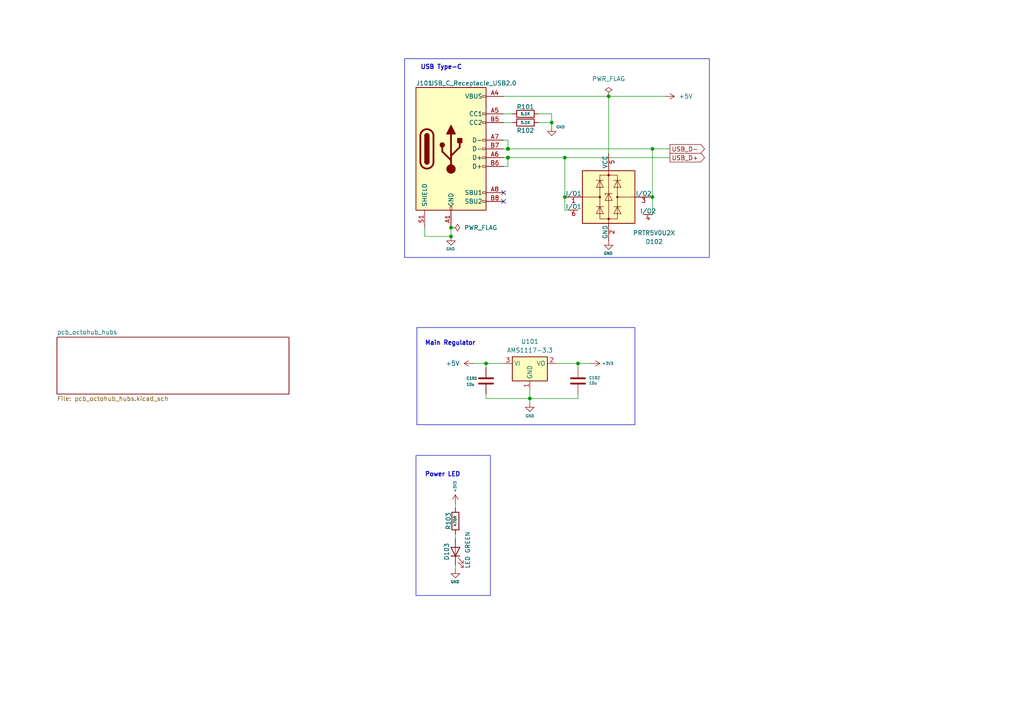
<source format=kicad_sch>
(kicad_sch (version 20231120) (generator "eeschema") (generator_version "8.0")
  (paper "A4")
  (title_block (title "Octoprobe octohub") (date "2024-05-22") (rev "0.1") (company "Hans Märki, Märki Informatik") (comment 1 "The MIT License (MIT)"))
  (lib_symbols
    (symbol "00_project_library:AMS1117-3.3"
      (property "Reference" "U" (at -3.81 3.175 0))
      (property "Value" "AMS1117-3.3" (at 0 3.175 0))
      (symbol "AMS1117-3.3_0_1"
        (rectangle (start -5.08 1.905) (end 5.08 -5.08) (stroke (width 0.254)) (fill (type background)))
      )
      (symbol "AMS1117-3.3_1_1"
        (pin power_in line (at 0 -7.62 90) (length 2.54) (name "GND") (number "1"))
        (pin power_out line (at 7.62 0 180) (length 2.54) (name "VO") (number "2"))
        (pin power_in line (at -7.62 0 0) (length 2.54) (name "VI") (number "3"))
      )
    )
    (symbol "00_project_library:C" (pin_numbers hide) (pin_names (offset 0.254))
      (property "Reference" "C" (at 0.635 2.54 0))
      (property "Value" "C" (at 0.635 -2.54 0))
      (symbol "C_0_1"
        (polyline (pts (xy -2.032 -0.762) (xy 2.032 -0.762)) (stroke (width 0.508)))
        (polyline (pts (xy -2.032 0.762) (xy 2.032 0.762)) (stroke (width 0.508)))
      )
      (symbol "C_1_1"
        (pin passive line (at 0 3.81 270) (length 2.794) (name "~") (number "1"))
        (pin passive line (at 0 -3.81 90) (length 2.794) (name "~") (number "2"))
      )
    )
    (symbol "00_project_library:LED GREEN" (pin_numbers hide) (pin_names (offset 1.016) hide)
      (property "Reference" "D" (at 0 2.54 0))
      (property "Value" "LED GREEN" (at 0 -2.54 0))
      (symbol "LED GREEN_0_1"
        (polyline (pts (xy -1.27 -1.27) (xy -1.27 1.27)) (stroke (width 0.254)))
        (polyline (pts (xy -1.27 0) (xy 1.27 0)))
        (polyline (pts (xy 1.27 -1.27) (xy 1.27 1.27) (xy -1.27 0) (xy 1.27 -1.27)) (stroke (width 0.254)))
        (polyline (pts (xy -3.048 -0.762) (xy -4.572 -2.286) (xy -3.81 -2.286) (xy -4.572 -2.286) (xy -4.572 -1.524)))
        (polyline (pts (xy -1.778 -0.762) (xy -3.302 -2.286) (xy -2.54 -2.286) (xy -3.302 -2.286) (xy -3.302 -1.524)))
      )
      (symbol "LED GREEN_1_1"
        (pin passive line (at -3.81 0 0) (length 2.54) (name "K") (number "1"))
        (pin passive line (at 3.81 0 180) (length 2.54) (name "A") (number "2"))
      )
    )
    (symbol "00_project_library:PRTR5V0U2X" (pin_names (offset 0))
      (property "Reference" "D" (at 2.794 8.636 0))
      (property "Value" "PRTR5V0U2X" (at 8.128 -9.398 0))
      (property "JLC" "C2937001" (at 0 0 0))
      (symbol "PRTR5V0U2X_0_1"
        (rectangle (start -7.62 7.62) (end 7.62 -7.62) (stroke (width 0.254)) (fill (type background)))
        (circle (center -2.54 0) (radius 0.254) (fill (type outline)))
        (rectangle (start -2.54 6.35) (end 2.54 -6.35))
        (circle (center 0 -6.35) (radius 0.254) (fill (type outline)))
        (polyline (pts (xy -2.54 0) (xy -7.62 0)))
        (polyline (pts (xy -1.524 -2.794) (xy -3.556 -2.794)))
        (polyline (pts (xy -1.524 4.826) (xy -3.556 4.826)))
        (polyline (pts (xy 0 -7.62) (xy 0 7.62)))
        (polyline (pts (xy 1.524 -2.794) (xy 3.556 -2.794)))
        (polyline (pts (xy 1.524 4.826) (xy 3.556 4.826)))
        (polyline (pts (xy 2.54 0) (xy 7.62 0)))
        (polyline (pts (xy 1.016 1.016) (xy -1.016 1.016) (xy -1.016 0.508)))
        (polyline (pts (xy -3.556 -4.826) (xy -1.524 -4.826) (xy -2.54 -2.794) (xy -3.556 -4.826)))
        (polyline (pts (xy -3.556 2.794) (xy -1.524 2.794) (xy -2.54 4.826) (xy -3.556 2.794)))
        (polyline (pts (xy -1.016 -1.016) (xy 1.016 -1.016) (xy 0 1.016) (xy -1.016 -1.016)))
        (polyline (pts (xy 3.556 -4.826) (xy 1.524 -4.826) (xy 2.54 -2.794) (xy 3.556 -4.826)))
        (polyline (pts (xy 3.556 2.794) (xy 1.524 2.794) (xy 2.54 4.826) (xy 3.556 2.794)))
        (circle (center 0 6.35) (radius 0.254) (fill (type outline)))
        (circle (center 2.54 0) (radius 0.254) (fill (type outline)))
      )
      (symbol "PRTR5V0U2X_1_0"
        (pin passive line (at 12.7 -5.08 180) (length 2.54) (name "I/O2") (number "4"))
        (pin passive line (at -11.43 -3.81 0) (length 2.54) (name "I/O1") (number "6"))
      )
      (symbol "PRTR5V0U2X_1_1"
        (pin passive line (at -12.7 0 0) (length 5.08) (name "I/O1") (number "1"))
        (pin passive line (at 0 -12.7 90) (length 5.08) (name "GND") (number "2"))
        (pin passive line (at 12.7 0 180) (length 5.08) (name "I/O2") (number "3"))
        (pin passive line (at 0 12.7 270) (length 5.08) (name "VCC") (number "5"))
      )
    )
    (symbol "00_project_library:USB_C_Receptacle_USB2.0" (pin_names (offset 1.016))
      (property "Reference" "J" (at -10.16 19.05 0))
      (property "Value" "USB_C_Receptacle_USB2.0" (at 19.05 19.05 0))
      (symbol "USB_C_Receptacle_USB2.0_0_0"
        (rectangle (start -0.254 -17.78) (end 0.254 -16.764))
        (rectangle (start 10.16 -14.986) (end 9.144 -15.494))
        (rectangle (start 10.16 -12.446) (end 9.144 -12.954))
        (rectangle (start 10.16 -4.826) (end 9.144 -5.334))
        (rectangle (start 10.16 -2.286) (end 9.144 -2.794))
        (rectangle (start 10.16 0.254) (end 9.144 -0.254))
        (rectangle (start 10.16 2.794) (end 9.144 2.286))
        (rectangle (start 10.16 7.874) (end 9.144 7.366))
        (rectangle (start 10.16 10.414) (end 9.144 9.906))
        (rectangle (start 10.16 15.494) (end 9.144 14.986))
      )
      (symbol "USB_C_Receptacle_USB2.0_0_1"
        (rectangle (start -10.16 17.78) (end 10.16 -17.78) (stroke (width 0.254)) (fill (type background)))
        (arc (start -8.89 -3.81) (mid -6.985 -5.7067) (end -5.08 -3.81) (stroke (width 0.508)))
        (arc (start -7.62 -3.81) (mid -6.985 -4.4423) (end -6.35 -3.81) (stroke (width 0.254)))
        (arc (start -7.62 -3.81) (mid -6.985 -4.4423) (end -6.35 -3.81) (stroke (width 0.254)) (fill (type outline)))
        (rectangle (start -7.62 3.81) (end -6.35 -3.81) (stroke (width 0.254)) (fill (type outline)))
        (arc (start -6.35 3.81) (mid -6.985 4.4423) (end -7.62 3.81) (stroke (width 0.254)))
        (arc (start -6.35 3.81) (mid -6.985 4.4423) (end -7.62 3.81) (stroke (width 0.254)) (fill (type outline)))
        (arc (start -5.08 3.81) (mid -6.985 5.7067) (end -8.89 3.81) (stroke (width 0.508)))
        (circle (center -2.54 1.143) (radius 0.635) (stroke (width 0.254)) (fill (type outline)))
        (circle (center 0 -5.842) (radius 1.27) (fill (type outline)))
        (polyline (pts (xy -8.89 -3.81) (xy -8.89 3.81)) (stroke (width 0.508)))
        (polyline (pts (xy -5.08 3.81) (xy -5.08 -3.81)) (stroke (width 0.508)))
        (polyline (pts (xy 0 -5.842) (xy 0 4.318)) (stroke (width 0.508)))
        (polyline (pts (xy 0 -3.302) (xy -2.54 -0.762) (xy -2.54 0.508)) (stroke (width 0.508)))
        (polyline (pts (xy 0 -2.032) (xy 2.54 0.508) (xy 2.54 1.778)) (stroke (width 0.508)))
        (polyline (pts (xy -1.27 4.318) (xy 0 6.858) (xy 1.27 4.318) (xy -1.27 4.318)) (stroke (width 0.254)) (fill (type outline)))
        (rectangle (start 1.905 1.778) (end 3.175 3.048) (stroke (width 0.254)) (fill (type outline)))
      )
      (symbol "USB_C_Receptacle_USB2.0_1_1"
        (pin passive line (at 0 -22.86 90) (length 5.08) (name "GND") (number "A1"))
        (pin passive line (at 0 -22.86 90) (length 5.08) hide (name "GND") (number "A12"))
        (pin passive line (at 15.24 15.24 180) (length 5.08) (name "VBUS") (number "A4"))
        (pin bidirectional line (at 15.24 10.16 180) (length 5.08) (name "CC1") (number "A5"))
        (pin bidirectional line (at 15.24 -2.54 180) (length 5.08) (name "D+") (number "A6"))
        (pin bidirectional line (at 15.24 2.54 180) (length 5.08) (name "D-") (number "A7"))
        (pin bidirectional line (at 15.24 -12.7 180) (length 5.08) (name "SBU1") (number "A8"))
        (pin passive line (at 15.24 15.24 180) (length 5.08) hide (name "VBUS") (number "A9"))
        (pin passive line (at 0 -22.86 90) (length 5.08) hide (name "GND") (number "B1"))
        (pin passive line (at 0 -22.86 90) (length 5.08) hide (name "GND") (number "B12"))
        (pin passive line (at 15.24 15.24 180) (length 5.08) hide (name "VBUS") (number "B4"))
        (pin bidirectional line (at 15.24 7.62 180) (length 5.08) (name "CC2") (number "B5"))
        (pin bidirectional line (at 15.24 -5.08 180) (length 5.08) (name "D+") (number "B6"))
        (pin bidirectional line (at 15.24 0 180) (length 5.08) (name "D-") (number "B7"))
        (pin bidirectional line (at 15.24 -15.24 180) (length 5.08) (name "SBU2") (number "B8"))
        (pin passive line (at 15.24 15.24 180) (length 5.08) hide (name "VBUS") (number "B9"))
        (pin passive line (at -7.62 -22.86 90) (length 5.08) (name "SHIELD") (number "S1"))
      )
    )
    (symbol "Device:R" (pin_numbers hide) (pin_names (offset 0))
      (property "Reference" "R" (at 2.032 0 90))
      (property "Value" "R" (at 0 0 90))
      (symbol "R_0_1"
        (rectangle (start -1.016 -2.54) (end 1.016 2.54) (stroke (width 0.254)))
      )
      (symbol "R_1_1"
        (pin passive line (at 0 3.81 270) (length 1.27) (name "~") (number "1"))
        (pin passive line (at 0 -3.81 90) (length 1.27) (name "~") (number "2"))
      )
    )
    (symbol "power:+3V3" (power) (pin_numbers hide) (pin_names (offset 0) hide)
      (property "Value" "+3V3" (at 0 3.556 0))
      (symbol "+3V3_0_1"
        (polyline (pts (xy -0.762 1.27) (xy 0 2.54)))
        (polyline (pts (xy 0 0) (xy 0 2.54)))
        (polyline (pts (xy 0 2.54) (xy 0.762 1.27)))
      )
      (symbol "+3V3_1_1"
        (pin power_in line (at 0 0 90) (length 0) (name "~") (number "1"))
      )
    )
    (symbol "power:+5V" (power) (pin_numbers hide) (pin_names (offset 0) hide)
      (property "Value" "+5V" (at 0 3.556 0))
      (symbol "+5V_0_1"
        (polyline (pts (xy -0.762 1.27) (xy 0 2.54)))
        (polyline (pts (xy 0 0) (xy 0 2.54)))
        (polyline (pts (xy 0 2.54) (xy 0.762 1.27)))
      )
      (symbol "+5V_1_1"
        (pin power_in line (at 0 0 90) (length 0) (name "~") (number "1"))
      )
    )
    (symbol "power:GND" (power) (pin_numbers hide) (pin_names (offset 0) hide)
      (property "Value" "GND" (at 0 -3.81 0))
      (symbol "GND_0_1"
        (polyline (pts (xy 0 0) (xy 0 -1.27) (xy 1.27 -1.27) (xy 0 -2.54) (xy -1.27 -1.27) (xy 0 -1.27)))
      )
      (symbol "GND_1_1"
        (pin power_in line (at 0 0 270) (length 0) (name "~") (number "1"))
      )
    )
    (symbol "power:PWR_FLAG" (power) (pin_numbers hide) (pin_names (offset 0) hide)
      (property "Value" "PWR_FLAG" (at 0 3.81 0))
      (symbol "PWR_FLAG_0_0"
        (pin power_out line (at 0 0 90) (length 0) (name "~") (number "1"))
      )
      (symbol "PWR_FLAG_0_1"
        (polyline (pts (xy 0 0) (xy 0 1.27) (xy -1.016 1.905) (xy 0 2.54) (xy 1.016 1.905) (xy 0 1.27)))
      )
    )
  )
  (junction (at 160.02 35.56))
  (junction (at 153.67 115.57))
  (junction (at 140.97 105.41))
  (junction (at 147.32 45.72) (diameter 1.016))
  (junction (at 189.23 57.15))
  (junction (at 163.83 57.15))
  (junction (at 167.64 105.41))
  (junction (at 176.53 27.94))
  (junction (at 163.83 45.72))
  (junction (at 189.23 43.18))
  (junction (at 130.81 66.04))
  (junction (at 130.81 68.58))
  (junction (at 147.32 43.18) (diameter 1.016))
  (no_connect (at 146.05 58.42))
  (no_connect (at 146.05 55.88))
  (wire (pts (xy 156.21 33.02) (xy 160.02 33.02)))
  (wire (pts (xy 189.23 57.15) (xy 189.23 62.23)))
  (wire (pts (xy 163.83 60.96) (xy 163.83 57.15)))
  (wire (pts (xy 167.64 106.68) (xy 167.64 105.41)))
  (wire (pts (xy 153.67 115.57) (xy 153.67 116.84)))
  (wire (pts (xy 189.23 57.15) (xy 189.23 43.18)))
  (wire (pts (xy 140.97 114.3) (xy 140.97 115.57)))
  (wire (pts (xy 163.83 60.96) (xy 165.1 60.96)))
  (wire (pts (xy 140.97 105.41) (xy 140.97 106.68)))
  (wire (pts (xy 130.81 66.04) (xy 130.81 68.58)))
  (wire (pts (xy 123.19 68.58) (xy 130.81 68.58)))
  (wire (pts (xy 147.32 45.72) (xy 163.83 45.72)))
  (wire (pts (xy 153.67 113.03) (xy 153.67 115.57)))
  (wire (pts (xy 146.05 43.18) (xy 147.32 43.18)))
  (wire (pts (xy 147.32 43.18) (xy 189.23 43.18)))
  (wire (pts (xy 140.97 115.57) (xy 153.67 115.57)))
  (wire (pts (xy 176.53 27.94) (xy 176.53 44.45)))
  (wire (pts (xy 146.05 105.41) (xy 140.97 105.41)))
  (wire (pts (xy 163.83 45.72) (xy 163.83 57.15)))
  (wire (pts (xy 146.05 35.56) (xy 148.59 35.56)))
  (wire (pts (xy 156.21 35.56) (xy 160.02 35.56)))
  (wire (pts (xy 137.16 105.41) (xy 140.97 105.41)))
  (wire (pts (xy 146.05 27.94) (xy 176.53 27.94)))
  (wire (pts (xy 171.45 105.41) (xy 167.64 105.41)))
  (wire (pts (xy 132.08 147.32) (xy 132.08 146.05)))
  (wire (pts (xy 153.67 115.57) (xy 167.64 115.57)))
  (wire (pts (xy 123.19 66.04) (xy 123.19 68.58)))
  (wire (pts (xy 160.02 35.56) (xy 160.02 36.83)))
  (wire (pts (xy 167.64 105.41) (xy 161.29 105.41)))
  (wire (pts (xy 146.05 33.02) (xy 148.59 33.02)))
  (wire (pts (xy 163.83 45.72) (xy 194.31 45.72)))
  (wire (pts (xy 146.05 40.64) (xy 147.32 40.64)))
  (wire (pts (xy 167.64 114.3) (xy 167.64 115.57)))
  (wire (pts (xy 146.05 48.26) (xy 147.32 48.26)))
  (wire (pts (xy 147.32 40.64) (xy 147.32 43.18)))
  (wire (pts (xy 189.23 43.18) (xy 194.31 43.18)))
  (wire (pts (xy 160.02 33.02) (xy 160.02 35.56)))
  (wire (pts (xy 132.08 154.94) (xy 132.08 156.21)))
  (wire (pts (xy 176.53 27.94) (xy 193.04 27.94)))
  (wire (pts (xy 146.05 45.72) (xy 147.32 45.72)))
  (wire (pts (xy 132.08 163.83) (xy 132.08 165.1)))
  (wire (pts (xy 147.32 48.26) (xy 147.32 45.72)))
  (rectangle (start 120.904 94.996) (end 184.15 123.19))
  (rectangle (start 117.348 17.018) (end 205.74 74.676))
  (rectangle (start 120.65 132.08) (end 142.24 172.72))
  (text "USB Type-C" (at 121.92 20.32 0) (effects (font (size 1.27 1.27) (thickness 0.254) (bold yes)) (justify left bottom)))
  (text "Power LED" (at 123.19 138.43 0) (effects (font (size 1.27 1.27) (thickness 0.254) (bold yes)) (justify left bottom)))
  (text "Main Regulator" (at 123.19 100.33 0) (effects (font (size 1.27 1.27) (thickness 0.254) (bold yes)) (justify left bottom)))
  (global_label "USB_D+" (shape output) (at 194.31 45.72 0) (property "Intersheetrefs" "${INTERSHEET_REFS}" (effects (hide yes))))
  (global_label "USB_D-" (shape output) (at 194.31 43.18 0) (property "Intersheetrefs" "${INTERSHEET_REFS}" (effects (hide yes))))
  (symbol (lib_id "power:GND") (at 176.53 69.85 0) (unit 1)
    (property "Reference" "#PWR0106" (effects (hide yes)))
    (property "Value" "GND" (at 176.403 73.4822 0) (effects (font (size 0.8 0.8))))
    (property "Description" "Power symbol creates a global label with name \"GND\" , ground" (effects (hide yes)))
  )
  (symbol (lib_id "00_project_library:PRTR5V0U2X") (at 176.53 57.15 0) (unit 1)
    (property "Reference" "D102" (at 189.738 70.104 0))
    (property "Value" "PRTR5V0U2X" (at 189.738 67.564 0))
    (property "Footprint" "Package_SON:Texas_USON-6_1x1.45mm_P0.5mm_SMD" (effects (hide yes)))
    (property "Datasheet" "https://wmsc.lcsc.com/wmsc/upload/file/pdf/v2/lcsc/2201121800_TECH-PUBLIC-PRTR5V0U2F_C2937001.pdf" (effects (hide yes)))
    (property "Description" "Ultra low capacitance double rail-to-rail ESD protection diode, SON-6(1x1.5)" (effects (hide yes)))
    (property "JLC" "C2937001" (effects (hide yes)))
  )
  (symbol (lib_id "power:+3V3") (at 132.08 146.05 0) (unit 1)
    (property "Reference" "#PWR0108" (effects (hide yes)))
    (property "Value" "+3V3" (at 131.953 141.1478 90) (effects (font (size 0.8 0.8))))
    (property "Description" "Power symbol creates a global label with name \"+3V3\"" (effects (hide yes)))
  )
  (symbol (lib_id "Device:R") (at 132.08 151.13 180) (unit 1)
    (property "Reference" "R103" (at 130.048 151.13 90))
    (property "Value" "470R" (at 131.9784 151.13 90) (effects (font (size 0.8 0.8))))
    (property "Footprint" "Resistor_SMD:R_0402_1005Metric_Pad0.72x0.64mm_HandSolder" (effects (hide yes)))
  )
  (symbol (lib_id "power:GND") (at 130.81 68.58 0) (unit 1)
    (property "Reference" "#PWR0101" (effects (hide yes)))
    (property "Value" "GND" (at 130.683 72.2122 0) (effects (font (size 0.8 0.8))))
    (property "Description" "Power symbol creates a global label with name \"GND\" , ground" (effects (hide yes)))
  )
  (symbol (lib_id "power:PWR_FLAG") (at 176.53 27.94 0) (unit 1)
    (property "Reference" "#FLG0102" (effects (hide yes)))
    (property "Value" "PWR_FLAG" (at 176.53 22.86 0))
    (property "Description" "Special symbol for telling ERC where power comes from" (effects (hide yes)))
  )
  (symbol (lib_id "power:+3V3") (at 171.45 105.41 270) (unit 1)
    (property "Reference" "#PWR0105" (effects (hide yes)))
    (property "Value" "+3V3" (at 176.276 105.41 90) (effects (font (size 0.8 0.8))))
    (property "Description" "Power symbol creates a global label with name \"+3V3\"" (effects (hide yes)))
  )
  (symbol (lib_id "00_project_library:C") (at 140.97 110.49 0) (unit 1)
    (property "Reference" "C101" (at 135.255 109.7026 0) (effects (font (size 0.8 0.8)) (justify left)))
    (property "Value" "10u" (at 135.255 111.506 0) (effects (font (size 0.8 0.8)) (justify left)))
    (property "Footprint" "Capacitor_SMD:C_0603_1608Metric" (effects (hide yes)))
  )
  (symbol (lib_id "power:GND") (at 153.67 116.84 0) (unit 1)
    (property "Reference" "#PWR0103" (effects (hide yes)))
    (property "Value" "GND" (at 153.67 120.65 0) (effects (font (size 0.8 0.8))))
    (property "Description" "Power symbol creates a global label with name \"GND\" , ground" (effects (hide yes)))
  )
  (symbol (lib_id "Device:R") (at 152.4 33.02 90) (unit 1)
    (property "Reference" "R101" (at 152.4 30.988 90))
    (property "Value" "5.1K" (at 152.4 33.02 90) (effects (font (size 0.8 0.8))))
    (property "Footprint" "Resistor_SMD:R_0402_1005Metric_Pad0.72x0.64mm_HandSolder" (effects (hide yes)))
  )
  (symbol (lib_id "00_project_library:USB_C_Receptacle_USB2.0") (at 130.81 43.18 0) (unit 1)
    (property "Reference" "J101" (at 120.65 24.13 0) (effects (justify left)))
    (property "Value" "USB_C_Receptacle_USB2.0" (at 149.86 24.13 0) (effects (justify right)))
    (property "Footprint" "00_project_library:USB_C_Receptacle_Palconn_UTC16-G" (effects (hide yes)))
    (property "Datasheet" "https://www.usb.org/sites/default/files/documents/usb_type-c.zip" (effects (hide yes)))
    (property "JLC" "C165948" (effects (hide yes)))
    (property "DigiKey" "https://www.digikey.com/en/products/detail/gct/USB4105-GF-A/11198441" (effects (hide yes)))
    (property "Digikey" "https://www.digikey.com/en/products/detail/gct/USB4105-GF-A/11198441" (effects (hide yes)))
  )
  (symbol (lib_id "power:+5V") (at 193.04 27.94 270) (unit 1)
    (property "Reference" "#PWR0107" (effects (hide yes)))
    (property "Value" "+5V" (at 196.85 27.9399 90) (effects (justify left)))
    (property "Description" "Power symbol creates a global label with name \"+5V\"" (effects (hide yes)))
  )
  (symbol (lib_id "power:GND") (at 160.02 36.83 0) (unit 1)
    (property "Reference" "#PWR0104" (effects (hide yes)))
    (property "Value" "GND" (at 162.56 36.83 0) (effects (font (size 0.8 0.8))))
    (property "Description" "Power symbol creates a global label with name \"GND\" , ground" (effects (hide yes)))
  )
  (symbol (lib_id "power:+5V") (at 137.16 105.41 90) (unit 1)
    (property "Reference" "#PWR0102" (effects (hide yes)))
    (property "Value" "+5V" (at 133.35 105.4099 90) (effects (justify left)))
    (property "Description" "Power symbol creates a global label with name \"+5V\"" (effects (hide yes)))
  )
  (symbol (lib_id "00_project_library:AMS1117-3.3") (at 153.67 105.41 0) (unit 1)
    (property "Reference" "U101" (at 153.67 99.06 0))
    (property "Value" "AMS1117-3.3" (at 153.67 101.6 0))
    (property "Footprint" "00_project_library:SOT-223-3_TabPin2" (effects (hide yes)))
    (property "Datasheet" "http://www.advanced-monolithic.com/pdf/ds1117.pdf" (effects (hide yes)))
    (property "JLC" "C6186" (effects (hide yes)))
  )
  (symbol (lib_id "power:GND") (at 132.08 165.1 0) (unit 1)
    (property "Reference" "#PWR0109" (effects (hide yes)))
    (property "Value" "GND" (at 131.953 168.7322 0) (effects (font (size 0.8 0.8))))
    (property "Description" "Power symbol creates a global label with name \"GND\" , ground" (effects (hide yes)))
  )
  (symbol (lib_id "00_project_library:C") (at 167.64 110.49 0) (unit 1)
    (property "Reference" "C102" (at 170.815 109.5756 0) (effects (font (size 0.8 0.8)) (justify left)))
    (property "Value" "10u" (at 170.815 111.125 0) (effects (font (size 0.8 0.8)) (justify left)))
    (property "Footprint" "Capacitor_SMD:C_0603_1608Metric" (effects (hide yes)))
  )
  (symbol (lib_id "00_project_library:LED GREEN") (at 132.08 160.02 90) (unit 1)
    (property "Reference" "D103" (at 129.54 160.02 0))
    (property "Value" "LED GREEN" (at 135.636 159.512 0))
    (property "Footprint" "00_project_library:LED_0603_1608Metric" (effects (hide yes)))
    (property "JLC" "C2297" (effects (hide yes)))
  )
  (symbol (lib_id "power:PWR_FLAG") (at 130.81 66.04 270) (unit 1)
    (property "Reference" "#FLG0101" (effects (hide yes)))
    (property "Value" "PWR_FLAG" (at 134.62 66.0399 90) (effects (justify left)))
    (property "Description" "Special symbol for telling ERC where power comes from" (effects (hide yes)))
  )
  (symbol (lib_id "Device:R") (at 152.4 35.56 90) (unit 1)
    (property "Reference" "R102" (at 152.4 37.846 90))
    (property "Value" "5.1K" (at 152.4 35.56 90) (effects (font (size 0.8 0.8))))
    (property "Footprint" "Resistor_SMD:R_0402_1005Metric_Pad0.72x0.64mm_HandSolder" (effects (hide yes)))
  )
  (sheet (at 16.51 97.79) (size 67.31 16.51) (stroke (width 0.1524))
    (property "Sheetname" "pcb_octohub_hubs" (at 16.51 97.0784 0) (effects (justify left bottom)))
    (property "Sheetfile" "pcb_octohub_hubs.kicad_sch" (at 16.51 114.8846 0) (effects (justify left top)))
  )
)
</source>
